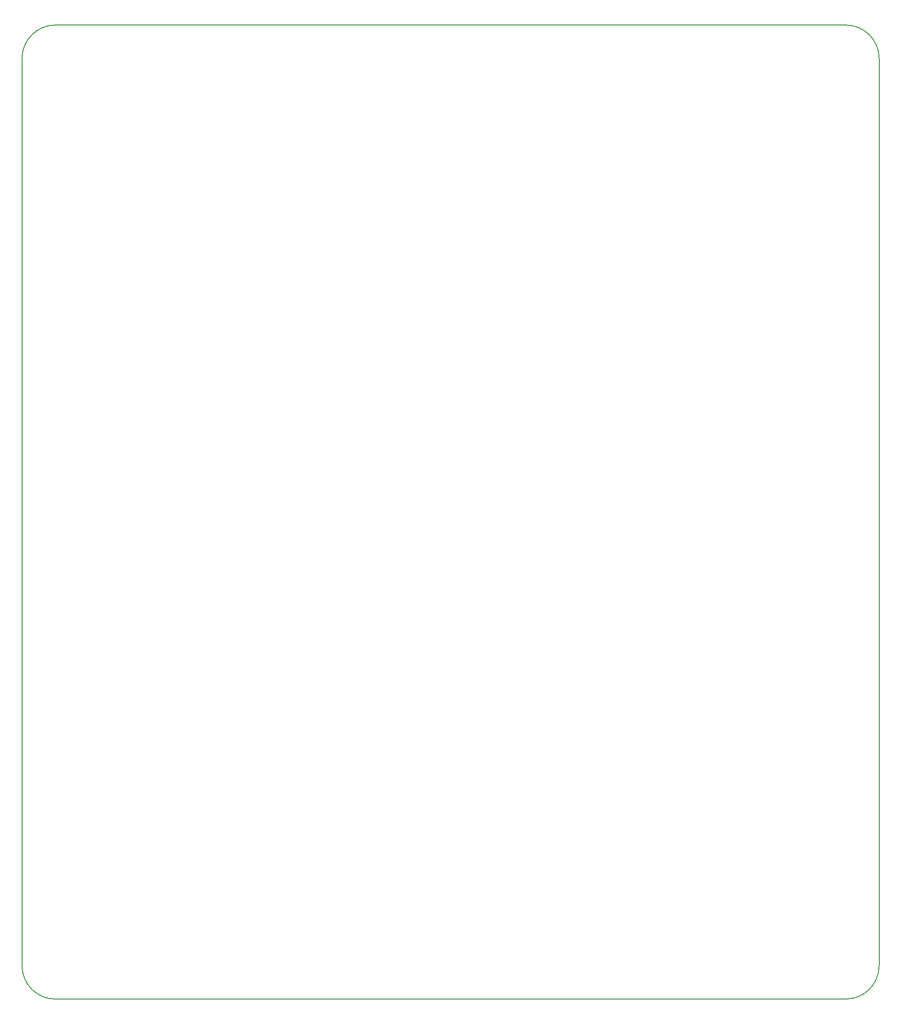
<source format=gm1>
G04 #@! TF.GenerationSoftware,KiCad,Pcbnew,(5.0.2)-1*
G04 #@! TF.CreationDate,2019-07-25T17:09:52-07:00*
G04 #@! TF.ProjectId,Monolithic Board,4d6f6e6f-6c69-4746-9869-6320426f6172,rev?*
G04 #@! TF.SameCoordinates,Original*
G04 #@! TF.FileFunction,Profile,NP*
%FSLAX46Y46*%
G04 Gerber Fmt 4.6, Leading zero omitted, Abs format (unit mm)*
G04 Created by KiCad (PCBNEW (5.0.2)-1) date 7/25/2019 5:09:52 PM*
%MOMM*%
%LPD*%
G01*
G04 APERTURE LIST*
%ADD10C,0.200000*%
G04 APERTURE END LIST*
D10*
X5000000Y174000000D02*
X147000000Y174000000D01*
X5000000Y-1000000D02*
X147000000Y-1000000D01*
X-1000000Y5000000D02*
X-1000000Y168000000D01*
X153000000Y5000000D02*
X153000000Y168000000D01*
X-1000000Y5000000D02*
G75*
G03X5000000Y-1000000I6000000J0D01*
G01*
X147000000Y-1000000D02*
G75*
G03X153000000Y5000000I0J6000000D01*
G01*
X153000000Y168000000D02*
G75*
G03X147000000Y174000000I-6000000J0D01*
G01*
X5000000Y174000000D02*
G75*
G03X-1000000Y168000000I0J-6000000D01*
G01*
M02*

</source>
